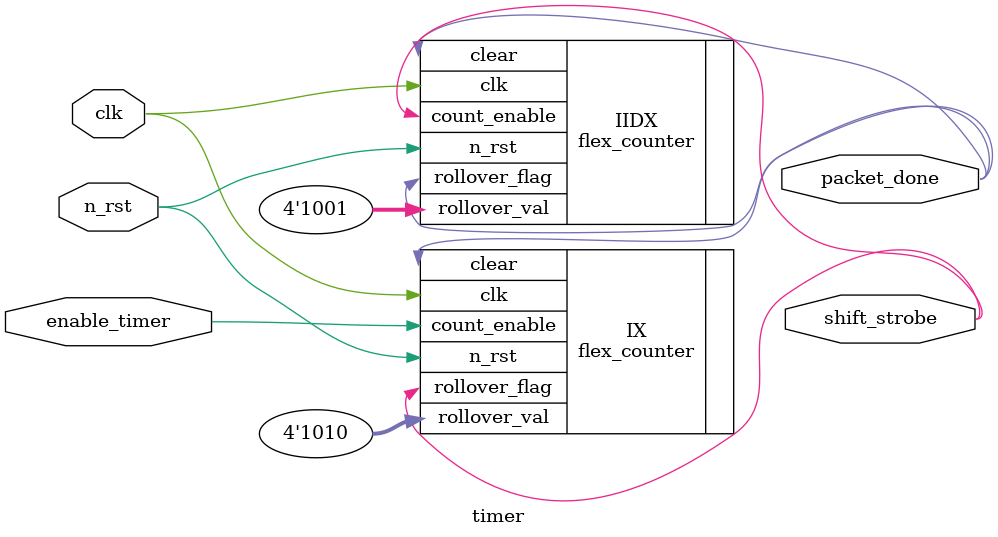
<source format=sv>
module timer
(
  input wire clk,
  input wire n_rst,
  input wire enable_timer,
  output wire shift_strobe,
  output wire packet_done
);
  defparam IX.NUM_CNT_BITS = 4;
  defparam IIDX.NUM_CNT_BITS = 4;
  reg delayed_enable; //Make it act not on the edge, since the data transmission rate can vary
  reg delayed_enable_next;
  always_ff @ (posedge clk, negedge n_rst) begin
    if (n_rst == 0) begin
      delayed_enable <= 0;
      delayed_enable_next <= 0;
    end
    else begin
      delayed_enable <= delayed_enable_next;
      delayed_enable_next <= enable_timer;
    end
  end
  flex_counter IX (.clk(clk), .n_rst(n_rst), .clear(packet_done), .count_enable(enable_timer), .rollover_val(4'd10), .rollover_flag(shift_strobe));
  flex_counter IIDX (.clk(clk), .n_rst(n_rst), .clear(packet_done), .count_enable(shift_strobe), .rollover_val(4'd9), .rollover_flag(packet_done));
endmodule

</source>
